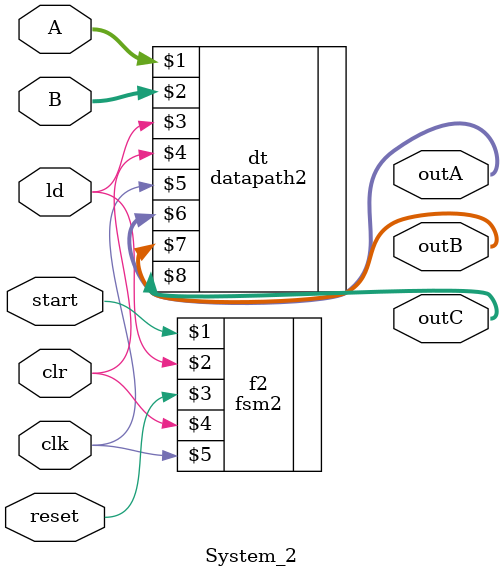
<source format=v>
`timescale 1ns / 1ps

module System_2(A,B,ld,start,reset,clr,clk,outA,outB,outC);
input wire[7:0]A,B;
input ld,clr,clk,start,reset;
output [7:0]outA,outB,outC;

datapath2 dt(A,B,ld,clr,clk,outA,outB,outC);
fsm2 f2(start,ld,reset,clr,clk);
endmodule

</source>
